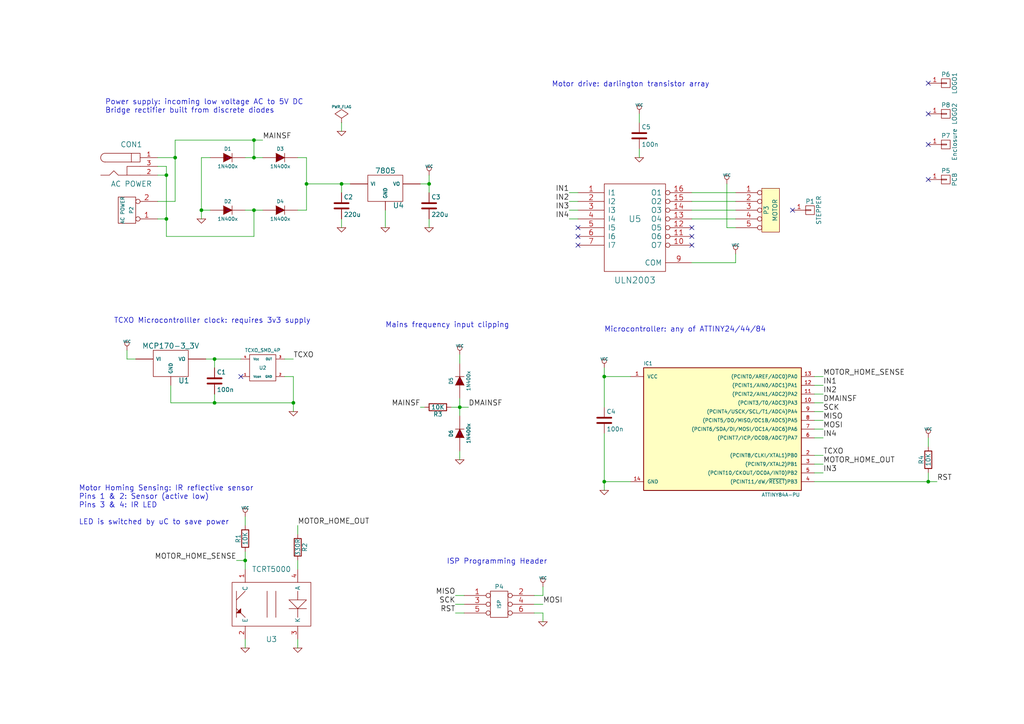
<source format=kicad_sch>
(kicad_sch (version 20230121) (generator eeschema)
  (paper "A4")
  (title_block (title "Grid Meter") (date "2016-06-17") (rev "1.2") (company "The Curious Electric Company (Re-Innovation Ltd)"))
  (lib_symbols
    (symbol "gridMeter-rescue:3PIN-REG-IN-GND-OUT" (pin_numbers hide) (pin_names (offset 0.762))
      (property "Reference" "U" (at 3.81 -4.9784 0))
      (property "Value" "3PIN-REG-IN-GND-OUT" (at 0 5.08 0))
      (symbol "3PIN-REG-IN-GND-OUT_0_1"
        (rectangle (start -5.08 -3.81) (end 5.08 3.81))
      )
      (symbol "3PIN-REG-IN-GND-OUT_1_1"
        (pin input line (at -10.16 1.27 0) (length 5.08) (name "VI") (number "1"))
        (pin input line (at 0 -6.35 90) (length 2.54) (name "GND") (number "2"))
        (pin power_out line (at 10.16 1.27 180) (length 5.08) (name "VO") (number "3"))
      )
    )
    (symbol "gridMeter-rescue:ATTINY84A-SS" (pin_names (offset 1.016))
      (property "Reference" "IC" (at -21.59 19.05 0))
      (property "Value" "ATTINY84A-SS" (at 16.51 -19.05 0))
      (property "Footprint" "SO14" (at 0 -5.08 0))
      (symbol "ATTINY84A-SS_0_1"
        (rectangle (start 22.86 17.78) (end -22.86 -17.78) (stroke (width 0.254)) (fill (type background)))
      )
      (symbol "ATTINY84A-SS_1_1"
        (pin power_in line (at -26.67 15.24 0) (length 3.81) (name "VCC") (number "1"))
        (pin bidirectional line (at 26.67 7.62 180) (length 3.81) (name "(PCINT3/T0/ADC3)PA3") (number "10"))
        (pin bidirectional line (at 26.67 10.16 180) (length 3.81) (name "(PCINT2/AIN1/ADC2)PA2") (number "11"))
        (pin bidirectional line (at 26.67 12.7 180) (length 3.81) (name "(PCINT1/AIN0/ADC1)PA1") (number "12"))
        (pin bidirectional line (at 26.67 15.24 180) (length 3.81) (name "(PCINT0/AREF/ADC0)PA0") (number "13"))
        (pin power_in line (at -26.67 -15.24 0) (length 3.81) (name "GND") (number "14"))
        (pin bidirectional line (at 26.67 -7.62 180) (length 3.81) (name "(PCINT8/CLKI/XTAL1)PB0") (number "2"))
        (pin bidirectional line (at 26.67 -10.16 180) (length 3.81) (name "(PCINT9/XTAL2)PB1") (number "3"))
        (pin bidirectional line (at 26.67 -15.24 180) (length 3.81) (name "(PCINT11/dW/~{RESET})PB3") (number "4"))
        (pin bidirectional line (at 26.67 -12.7 180) (length 3.81) (name "(PCINT10/CKOUT/OC0A/INT0)PB2") (number "5"))
        (pin bidirectional line (at 26.67 -2.54 180) (length 3.81) (name "(PCINT7/ICP/OC0B/ADC7)PA7") (number "6"))
        (pin bidirectional line (at 26.67 0 180) (length 3.81) (name "(PCINT6/SDA/DI/MOSI/OC1A/ADC6)PA6") (number "7"))
        (pin bidirectional line (at 26.67 2.54 180) (length 3.81) (name "(PCINT5/DO/MISO/OC1B/ADC5)PA5") (number "8"))
        (pin bidirectional line (at 26.67 5.08 180) (length 3.81) (name "(PCINT4/USCK/SCL/T1/ADC4)PA4") (number "9"))
      )
    )
    (symbol "gridMeter-rescue:BARREL_JACK" (pin_names (offset 1.016))
      (property "Reference" "CON" (at 0 6.35 0))
      (property "Value" "BARREL_JACK" (at 0 -5.08 0))
      (symbol "BARREL_JACK_0_1"
        (arc (start -8.89 2.54) (mid -8.5271 1.6254) (end -7.62 1.27))
        (arc (start -7.62 3.81) (mid -8.5088 3.4366) (end -8.89 2.54))
        (polyline (pts (xy -7.62 1.27) (xy 0 1.27)))
        (polyline (pts (xy 0 3.81) (xy -7.62 3.81)))
        (polyline (pts (xy 2.54 0) (xy -1.27 0) (xy -1.27 -2.54)))
        (polyline (pts (xy 2.54 -2.54) (xy -3.81 -2.54) (xy -5.08 -1.27) (xy -6.35 -2.54) (xy -8.89 -2.54)))
        (rectangle (start 2.54 3.81) (end 0 1.27))
      )
      (symbol "BARREL_JACK_1_1"
        (pin passive line (at 7.62 2.54 180) (length 5.08) (name "~") (number "1"))
        (pin passive line (at 7.62 -2.54 180) (length 5.08) (name "~") (number "2"))
        (pin passive line (at 7.62 0 180) (length 5.08) (name "~") (number "3"))
      )
    )
    (symbol "gridMeter-rescue:C" (pin_numbers hide) (pin_names (offset 0.254))
      (property "Reference" "C" (at 0.635 2.54 0))
      (property "Value" "C" (at 0.635 -2.54 0))
      (symbol "C_0_1"
        (polyline (pts (xy -2.032 -0.762) (xy 2.032 -0.762)) (stroke (width 0.508)))
        (polyline (pts (xy -2.032 0.762) (xy 2.032 0.762)) (stroke (width 0.508)))
      )
      (symbol "C_1_1"
        (pin passive line (at 0 3.81 270) (length 2.794) (name "~") (number "1"))
        (pin passive line (at 0 -3.81 90) (length 2.794) (name "~") (number "2"))
      )
    )
    (symbol "gridMeter-rescue:CONN_01X01" (pin_names (offset 1.016) hide)
      (property "Reference" "P" (at 0 2.54 0))
      (property "Value" "CONN_01X01" (at 2.54 0 90))
      (symbol "CONN_01X01_0_1"
        (rectangle (start -1.27 0.127) (end 0.254 -0.127))
        (rectangle (start -1.27 1.27) (end 1.27 -1.27))
      )
      (symbol "CONN_01X01_1_1"
        (pin passive line (at -5.08 0 0) (length 3.81) (name "P1") (number "1"))
      )
    )
    (symbol "gridMeter-rescue:CONN_2-RESCUE-gridMeter" (pin_names (offset 1.016) hide)
      (property "Reference" "P" (at -1.27 0 90))
      (property "Value" "CONN_2-RESCUE-gridMeter" (at 1.27 0 90))
      (symbol "CONN_2-RESCUE-gridMeter_0_1"
        (rectangle (start -2.54 3.81) (end 2.54 -3.81))
      )
      (symbol "CONN_2-RESCUE-gridMeter_1_1"
        (pin passive inverted (at -8.89 2.54 0) (length 6.35) (name "P1") (number "1"))
        (pin passive inverted (at -8.89 -2.54 0) (length 6.35) (name "PM") (number "2"))
      )
    )
    (symbol "gridMeter-rescue:CONN_3X2" (pin_names (offset 1.016) hide)
      (property "Reference" "P" (at 0 6.35 0))
      (property "Value" "CONN_3X2" (at 0 1.27 90))
      (symbol "CONN_3X2_0_1"
        (rectangle (start -2.54 5.08) (end 2.54 -2.54))
      )
      (symbol "CONN_3X2_1_1"
        (pin passive inverted (at -10.16 3.81 0) (length 7.62) (name "1") (number "1"))
        (pin passive inverted (at 10.16 3.81 180) (length 7.62) (name "2") (number "2"))
        (pin passive inverted (at -10.16 1.27 0) (length 7.62) (name "3") (number "3"))
        (pin passive inverted (at 10.16 1.27 180) (length 7.62) (name "4") (number "4"))
        (pin passive inverted (at -10.16 -1.27 0) (length 7.62) (name "5") (number "5"))
        (pin passive inverted (at 10.16 -1.27 180) (length 7.62) (name "6") (number "6"))
      )
    )
    (symbol "gridMeter-rescue:CONN_5" (pin_names (offset 1.016))
      (property "Reference" "P" (at -1.27 0 90))
      (property "Value" "CONN_5" (at 1.27 0 90))
      (symbol "CONN_5_0_1"
        (rectangle (start -2.54 6.35) (end 2.54 -6.35) (fill (type background)))
      )
      (symbol "CONN_5_1_1"
        (pin passive inverted (at -10.16 5.08 0) (length 7.62) (name "~") (number "1"))
        (pin passive inverted (at -10.16 2.54 0) (length 7.62) (name "~") (number "2"))
        (pin passive inverted (at -10.16 0 0) (length 7.62) (name "~") (number "3"))
        (pin passive inverted (at -10.16 -2.54 0) (length 7.62) (name "~") (number "4"))
        (pin passive inverted (at -10.16 -5.08 0) (length 7.62) (name "~") (number "5"))
      )
    )
    (symbol "gridMeter-rescue:DIODE" (pin_numbers hide) (pin_names (offset 1.016) hide)
      (property "Reference" "D" (at 0 2.54 0))
      (property "Value" "DIODE" (at 0 -2.54 0))
      (symbol "DIODE_0_1"
        (polyline (pts (xy 1.27 1.27) (xy 1.27 -1.27)) (stroke (width 0.1524)))
        (polyline (pts (xy -1.27 1.27) (xy 1.27 0) (xy -1.27 -1.27)) (fill (type outline)))
      )
      (symbol "DIODE_1_1"
        (pin passive line (at -5.08 0 0) (length 3.81) (name "A") (number "1"))
        (pin passive line (at 5.08 0 180) (length 3.81) (name "K") (number "2"))
      )
    )
    (symbol "gridMeter-rescue:GND-RESCUE-gridMeter" (power) (pin_names (offset 0))
      (symbol "GND-RESCUE-gridMeter_0_1"
        (polyline (pts (xy -1.27 0) (xy 0 -1.27) (xy 1.27 0) (xy -1.27 0)))
      )
      (symbol "GND-RESCUE-gridMeter_1_1"
        (pin power_in line (at 0 0 90) (length 0) hide (name "GND") (number "1"))
      )
    )
    (symbol "gridMeter-rescue:MCP1700" (pin_numbers hide) (pin_names (offset 0.762))
      (property "Reference" "U" (at 3.81 -4.9784 0))
      (property "Value" "MCP1700" (at 0 5.08 0))
      (symbol "MCP1700_0_1"
        (rectangle (start -5.08 -3.81) (end 5.08 3.81))
      )
      (symbol "MCP1700_1_1"
        (pin input line (at 0 -6.35 90) (length 2.54) (name "GND") (number "GND"))
        (pin input line (at -10.16 1.27 0) (length 5.08) (name "VI") (number "VI"))
        (pin power_out line (at 10.16 1.27 180) (length 5.08) (name "VO") (number "VO"))
      )
    )
    (symbol "gridMeter-rescue:PWR_FLAG" (power) (pin_numbers hide) (pin_names (offset 0) hide)
      (property "Value" "PWR_FLAG" (at 0 4.572 0))
      (symbol "PWR_FLAG_0_0"
        (pin power_out line (at 0 0 90) (length 0) (name "pwr") (number "1"))
      )
      (symbol "PWR_FLAG_0_1"
        (polyline (pts (xy 0 0) (xy 0 1.27) (xy -1.905 2.54) (xy 0 3.81) (xy 1.905 2.54) (xy 0 1.27)))
      )
    )
    (symbol "gridMeter-rescue:R" (pin_numbers hide) (pin_names (offset 0))
      (property "Reference" "R" (at 2.032 0 90))
      (property "Value" "R" (at 0 0 90))
      (symbol "R_0_1"
        (rectangle (start -1.016 -2.54) (end 1.016 2.54) (stroke (width 0.254)))
      )
      (symbol "R_1_1"
        (pin passive line (at 0 3.81 270) (length 1.27) (name "~") (number "1"))
        (pin passive line (at 0 -3.81 90) (length 1.27) (name "~") (number "2"))
      )
    )
    (symbol "gridMeter-rescue:TCRT5000" (pin_names (offset 1.016))
      (property "Reference" "U" (at 0 -8.89 0))
      (property "Value" "TCRT5000" (at 0 10.16 0))
      (symbol "TCRT5000_0_1"
        (polyline (pts (xy -10.16 -1.27) (xy -7.62 -3.81)))
        (polyline (pts (xy -10.16 1.27) (xy -7.62 3.81)))
        (polyline (pts (xy -10.16 3.81) (xy -10.16 -3.81)))
        (polyline (pts (xy -1.27 3.81) (xy -1.27 -3.81)))
        (polyline (pts (xy 1.27 3.81) (xy 1.27 -3.81)))
        (polyline (pts (xy 7.62 -1.27) (xy 7.62 -3.81)))
        (polyline (pts (xy 7.62 1.27) (xy 7.62 3.81)))
        (polyline (pts (xy 5.08 -1.27) (xy 7.62 -1.27) (xy 10.16 -1.27)))
        (polyline (pts (xy -8.89 -2.54) (xy -8.89 -1.27) (xy -10.16 -2.54) (xy -8.89 -2.54)) (fill (type outline)))
        (polyline (pts (xy 5.08 1.27) (xy 7.62 -1.27) (xy 10.16 1.27) (xy 5.08 1.27)))
        (polyline (pts (xy 11.43 6.35) (xy 11.43 -6.35) (xy -11.43 -6.35) (xy -11.43 6.35) (xy 11.43 6.35)))
      )
      (symbol "TCRT5000_1_1"
        (pin input line (at -7.62 10.16 270) (length 3.81) (name "C") (number "1"))
        (pin input line (at -7.62 -10.16 90) (length 3.81) (name "E") (number "2"))
        (pin input line (at 7.62 -10.16 90) (length 3.81) (name "K") (number "3"))
        (pin input line (at 7.62 10.16 270) (length 3.81) (name "A") (number "4"))
      )
    )
    (symbol "gridMeter-rescue:TCXO_SMD_4P" (pin_names (offset 1.016))
      (property "Reference" "U" (at 0 0 0))
      (property "Value" "TCXO_SMD_4P" (at 0 5.08 0))
      (symbol "TCXO_SMD_4P_0_1"
        (rectangle (start -3.81 3.81) (end 3.81 -3.81))
      )
      (symbol "TCXO_SMD_4P_1_1"
        (pin input line (at -6.35 -2.54 0) (length 2.54) (name "Vcon") (number "1"))
        (pin power_in line (at 6.35 -2.54 180) (length 2.54) (name "GND") (number "2"))
        (pin output line (at 6.35 2.54 180) (length 2.54) (name "OUT") (number "3"))
        (pin power_in line (at -6.35 2.54 0) (length 2.54) (name "Vcc") (number "4"))
      )
    )
    (symbol "gridMeter-rescue:ULN2003" (pin_names (offset 1.016))
      (property "Reference" "U" (at 0 2.54 0))
      (property "Value" "ULN2003" (at 0 -2.54 0))
      (symbol "ULN2003_0_1"
        (rectangle (start -8.89 -12.7) (end 8.89 12.7))
      )
      (symbol "ULN2003_1_1"
        (pin input line (at -16.51 10.16 0) (length 7.62) (name "I1") (number "1"))
        (pin open_collector inverted (at 16.51 -5.08 180) (length 7.62) (name "O7") (number "10"))
        (pin open_collector inverted (at 16.51 -2.54 180) (length 7.62) (name "O6") (number "11"))
        (pin open_collector inverted (at 16.51 0 180) (length 7.62) (name "O5") (number "12"))
        (pin open_collector inverted (at 16.51 2.54 180) (length 7.62) (name "O4") (number "13"))
        (pin open_collector inverted (at 16.51 5.08 180) (length 7.62) (name "O3") (number "14"))
        (pin open_collector inverted (at 16.51 7.62 180) (length 7.62) (name "O2") (number "15"))
        (pin open_collector inverted (at 16.51 10.16 180) (length 7.62) (name "O1") (number "16"))
        (pin input line (at -16.51 7.62 0) (length 7.62) (name "I2") (number "2"))
        (pin input line (at -16.51 5.08 0) (length 7.62) (name "I3") (number "3"))
        (pin input line (at -16.51 2.54 0) (length 7.62) (name "I4") (number "4"))
        (pin input line (at -16.51 0 0) (length 7.62) (name "I5") (number "5"))
        (pin input line (at -16.51 -2.54 0) (length 7.62) (name "I6") (number "6"))
        (pin input line (at -16.51 -5.08 0) (length 7.62) (name "I7") (number "7"))
        (pin power_in line (at -8.89 -12.7 90) (length 0) hide (name "GND") (number "8"))
        (pin input line (at 16.51 -10.16 180) (length 7.62) (name "COM") (number "9"))
      )
    )
    (symbol "gridMeter-rescue:VCC" (power) (pin_names (offset 0))
      (property "Value" "VCC" (at 0 3.81 0))
      (symbol "VCC_0_1"
        (polyline (pts (xy 0 0) (xy 0 1.27)))
        (circle (center 0 1.905) (radius 0.635))
      )
      (symbol "VCC_1_1"
        (pin power_in line (at 0 0 90) (length 0) hide (name "VCC") (number "1"))
      )
    )
  )
  (junction (at 124.46 53.34))
  (junction (at 71.12 162.56))
  (junction (at 62.23 104.14))
  (junction (at 48.26 63.5))
  (junction (at 73.66 45.72))
  (junction (at 48.26 50.8))
  (junction (at 62.23 116.84))
  (junction (at 133.35 118.11))
  (junction (at 85.09 116.84))
  (junction (at 175.26 139.7))
  (junction (at 73.66 40.64))
  (junction (at 88.9 53.34))
  (junction (at 175.26 109.22))
  (junction (at 269.24 139.7))
  (junction (at 73.66 60.96))
  (junction (at 50.8 45.72))
  (junction (at 99.06 53.34))
  (junction (at 58.42 60.96))
  (no_connect (at 69.85 109.22))
  (no_connect (at 167.64 68.58))
  (no_connect (at 200.66 71.12))
  (no_connect (at 269.24 33.02))
  (no_connect (at 269.24 41.91))
  (no_connect (at 269.24 52.07))
  (no_connect (at 200.66 68.58))
  (no_connect (at 229.87 60.96))
  (no_connect (at 269.24 24.13))
  (no_connect (at 167.64 71.12))
  (no_connect (at 200.66 66.04))
  (no_connect (at 167.64 66.04))
  (wire (pts (xy 71.12 162.56) (xy 71.12 165.1)))
  (wire (pts (xy 236.22 127) (xy 238.76 127)))
  (wire (pts (xy 134.62 172.72) (xy 132.08 172.72)))
  (wire (pts (xy 213.36 58.42) (xy 200.66 58.42)))
  (wire (pts (xy 86.36 45.72) (xy 88.9 45.72)))
  (wire (pts (xy 134.62 177.8) (xy 132.08 177.8)))
  (wire (pts (xy 269.24 139.7) (xy 271.78 139.7)))
  (wire (pts (xy 73.66 60.96) (xy 76.2 60.96)))
  (wire (pts (xy 86.36 154.94) (xy 86.36 152.4)))
  (wire (pts (xy 124.46 50.8) (xy 124.46 53.34)))
  (wire (pts (xy 175.26 139.7) (xy 182.88 139.7)))
  (wire (pts (xy 213.36 76.2) (xy 200.66 76.2)))
  (wire (pts (xy 48.26 48.26) (xy 48.26 50.8)))
  (wire (pts (xy 133.35 115.57) (xy 133.35 118.11)))
  (wire (pts (xy 236.22 137.16) (xy 238.76 137.16)))
  (wire (pts (xy 39.37 104.14) (xy 36.83 104.14)))
  (wire (pts (xy 213.36 60.96) (xy 200.66 60.96)))
  (wire (pts (xy 86.36 162.56) (xy 86.36 165.1)))
  (wire (pts (xy 71.12 162.56) (xy 68.58 162.56)))
  (wire (pts (xy 236.22 124.46) (xy 238.76 124.46)))
  (wire (pts (xy 59.69 104.14) (xy 62.23 104.14)))
  (wire (pts (xy 71.12 60.96) (xy 73.66 60.96)))
  (wire (pts (xy 133.35 130.81) (xy 133.35 133.35)))
  (wire (pts (xy 99.06 63.5) (xy 99.06 66.04)))
  (wire (pts (xy 157.48 172.72) (xy 157.48 170.18)))
  (wire (pts (xy 213.36 55.88) (xy 200.66 55.88)))
  (wire (pts (xy 48.26 68.58) (xy 73.66 68.58)))
  (wire (pts (xy 99.06 35.56) (xy 99.06 38.1)))
  (wire (pts (xy 45.72 48.26) (xy 48.26 48.26)))
  (wire (pts (xy 167.64 58.42) (xy 165.1 58.42)))
  (wire (pts (xy 71.12 45.72) (xy 73.66 45.72)))
  (wire (pts (xy 86.36 187.96) (xy 86.36 185.42)))
  (wire (pts (xy 36.83 104.14) (xy 36.83 101.6)))
  (wire (pts (xy 73.66 40.64) (xy 76.2 40.64)))
  (wire (pts (xy 73.66 40.64) (xy 73.66 45.72)))
  (wire (pts (xy 62.23 116.84) (xy 85.09 116.84)))
  (wire (pts (xy 236.22 116.84) (xy 238.76 116.84)))
  (wire (pts (xy 167.64 60.96) (xy 165.1 60.96)))
  (wire (pts (xy 88.9 53.34) (xy 99.06 53.34)))
  (wire (pts (xy 130.81 118.11) (xy 133.35 118.11)))
  (wire (pts (xy 236.22 121.92) (xy 238.76 121.92)))
  (wire (pts (xy 99.06 53.34) (xy 99.06 55.88)))
  (wire (pts (xy 175.26 139.7) (xy 175.26 142.24)))
  (wire (pts (xy 88.9 60.96) (xy 86.36 60.96)))
  (wire (pts (xy 238.76 111.76) (xy 236.22 111.76)))
  (wire (pts (xy 49.53 111.76) (xy 49.53 116.84)))
  (wire (pts (xy 48.26 63.5) (xy 48.26 68.58)))
  (wire (pts (xy 73.66 68.58) (xy 73.66 60.96)))
  (wire (pts (xy 71.12 149.86) (xy 71.12 152.4)))
  (wire (pts (xy 123.19 118.11) (xy 121.92 118.11)))
  (wire (pts (xy 133.35 118.11) (xy 135.89 118.11)))
  (wire (pts (xy 73.66 45.72) (xy 76.2 45.72)))
  (wire (pts (xy 45.72 63.5) (xy 48.26 63.5)))
  (wire (pts (xy 236.22 132.08) (xy 238.76 132.08)))
  (wire (pts (xy 60.96 45.72) (xy 58.42 45.72)))
  (wire (pts (xy 236.22 119.38) (xy 238.76 119.38)))
  (wire (pts (xy 48.26 50.8) (xy 48.26 63.5)))
  (wire (pts (xy 213.36 66.04) (xy 210.82 66.04)))
  (wire (pts (xy 132.08 175.26) (xy 134.62 175.26)))
  (wire (pts (xy 124.46 63.5) (xy 124.46 66.04)))
  (wire (pts (xy 99.06 53.34) (xy 101.6 53.34)))
  (wire (pts (xy 62.23 104.14) (xy 69.85 104.14)))
  (wire (pts (xy 85.09 116.84) (xy 85.09 119.38)))
  (wire (pts (xy 175.26 109.22) (xy 175.26 118.11)))
  (wire (pts (xy 111.76 60.96) (xy 111.76 66.04)))
  (wire (pts (xy 238.76 134.62) (xy 236.22 134.62)))
  (wire (pts (xy 71.12 185.42) (xy 71.12 187.96)))
  (wire (pts (xy 236.22 114.3) (xy 238.76 114.3)))
  (wire (pts (xy 185.42 43.18) (xy 185.42 45.72)))
  (wire (pts (xy 175.26 125.73) (xy 175.26 139.7)))
  (wire (pts (xy 88.9 53.34) (xy 88.9 60.96)))
  (wire (pts (xy 167.64 55.88) (xy 165.1 55.88)))
  (wire (pts (xy 182.88 109.22) (xy 175.26 109.22)))
  (wire (pts (xy 82.55 109.22) (xy 85.09 109.22)))
  (wire (pts (xy 124.46 53.34) (xy 124.46 55.88)))
  (wire (pts (xy 185.42 35.56) (xy 185.42 33.02)))
  (wire (pts (xy 71.12 160.02) (xy 71.12 162.56)))
  (wire (pts (xy 50.8 40.64) (xy 73.66 40.64)))
  (wire (pts (xy 157.48 177.8) (xy 154.94 177.8)))
  (wire (pts (xy 62.23 104.14) (xy 62.23 106.68)))
  (wire (pts (xy 175.26 106.68) (xy 175.26 109.22)))
  (wire (pts (xy 62.23 116.84) (xy 62.23 114.3)))
  (wire (pts (xy 58.42 60.96) (xy 58.42 63.5)))
  (wire (pts (xy 210.82 66.04) (xy 210.82 53.34)))
  (wire (pts (xy 82.55 104.14) (xy 85.09 104.14)))
  (wire (pts (xy 154.94 175.26) (xy 157.48 175.26)))
  (wire (pts (xy 85.09 109.22) (xy 85.09 116.84)))
  (wire (pts (xy 167.64 63.5) (xy 165.1 63.5)))
  (wire (pts (xy 157.48 180.34) (xy 157.48 177.8)))
  (wire (pts (xy 50.8 58.42) (xy 45.72 58.42)))
  (wire (pts (xy 88.9 45.72) (xy 88.9 53.34)))
  (wire (pts (xy 269.24 129.54) (xy 269.24 127)))
  (wire (pts (xy 45.72 50.8) (xy 48.26 50.8)))
  (wire (pts (xy 121.92 53.34) (xy 124.46 53.34)))
  (wire (pts (xy 58.42 45.72) (xy 58.42 60.96)))
  (wire (pts (xy 154.94 172.72) (xy 157.48 172.72)))
  (wire (pts (xy 236.22 109.22) (xy 238.76 109.22)))
  (wire (pts (xy 50.8 45.72) (xy 50.8 58.42)))
  (wire (pts (xy 60.96 60.96) (xy 58.42 60.96)))
  (wire (pts (xy 50.8 40.64) (xy 50.8 45.72)))
  (wire (pts (xy 49.53 116.84) (xy 62.23 116.84)))
  (wire (pts (xy 269.24 139.7) (xy 269.24 137.16)))
  (wire (pts (xy 213.36 73.66) (xy 213.36 76.2)))
  (wire (pts (xy 133.35 118.11) (xy 133.35 120.65)))
  (wire (pts (xy 236.22 139.7) (xy 269.24 139.7)))
  (wire (pts (xy 45.72 45.72) (xy 50.8 45.72)))
  (wire (pts (xy 213.36 63.5) (xy 200.66 63.5)))
  (wire (pts (xy 133.35 105.41) (xy 133.35 102.87)))
  (text "Power supply: incoming low voltage AC to 5V DC\nBridge rectifier built from discrete diodes" (at 30.48 33.02 0) (effects (font (size 1.524 1.524)) (justify left bottom)))
  (text "TCXO Microcontrolller clock: requires 3v3 supply" (at 33.02 93.98 0) (effects (font (size 1.524 1.524)) (justify left bottom)))
  (text "ISP Programming Header" (at 129.54 163.83 0) (effects (font (size 1.524 1.524)) (justify left bottom)))
  (text "Motor Homing Sensing: IR reflective sensor\nPins 1 & 2: Sensor (active low)\nPins 3 & 4: IR LED\n\nLED is switched by uC to save power" (at 22.86 152.4 0) (effects (font (size 1.524 1.524)) (justify left bottom)))
  (text "Motor drive: darlington transistor array" (at 160.02 25.4 0) (effects (font (size 1.524 1.524)) (justify left bottom)))
  (text "Microcontroller: any of ATTINY24/44/84" (at 175.26 96.52 0) (effects (font (size 1.524 1.524)) (justify left bottom)))
  (text "Mains frequency input clipping" (at 111.76 95.25 0) (effects (font (size 1.524 1.524)) (justify left bottom)))
  (label "IN2" (at 238.76 114.3 0) (effects (font (size 1.524 1.524))))
  (label "MOTOR_HOME_SENSE" (at 68.58 162.56 180) (effects (font (size 1.524 1.524))))
  (label "IN3" (at 238.76 137.16 0) (effects (font (size 1.524 1.524))))
  (label "SCK" (at 132.08 175.26 180) (effects (font (size 1.524 1.524))))
  (label "IN3" (at 165.1 60.96 180) (effects (font (size 1.524 1.524))))
  (label "IN1" (at 238.76 111.76 0) (effects (font (size 1.524 1.524))))
  (label "RST" (at 271.78 139.7 0) (effects (font (size 1.524 1.524))))
  (label "IN2" (at 165.1 58.42 180) (effects (font (size 1.524 1.524))))
  (label "DMAINSF" (at 135.89 118.11 0) (effects (font (size 1.524 1.524))))
  (label "MISO" (at 132.08 172.72 180) (effects (font (size 1.524 1.524))))
  (label "RST" (at 132.08 177.8 180) (effects (font (size 1.524 1.524))))
  (label "IN4" (at 238.76 127 0) (effects (font (size 1.524 1.524))))
  (label "SCK" (at 238.76 119.38 0) (effects (font (size 1.524 1.524))))
  (label "MOSI" (at 157.48 175.26 0) (effects (font (size 1.524 1.524))))
  (label "MOSI" (at 238.76 124.46 0) (effects (font (size 1.524 1.524))))
  (label "TCXO" (at 238.76 132.08 0) (effects (font (size 1.524 1.524))))
  (label "MAINSF" (at 121.92 118.11 180) (effects (font (size 1.524 1.524))))
  (label "MAINSF" (at 76.2 40.64 0) (effects (font (size 1.524 1.524))))
  (label "MOTOR_HOME_OUT" (at 86.36 152.4 0) (effects (font (size 1.524 1.524))))
  (label "MOTOR_HOME_SENSE" (at 238.76 109.22 0) (effects (font (size 1.524 1.524))))
  (label "MOTOR_HOME_OUT" (at 238.76 134.62 0) (effects (font (size 1.524 1.524))))
  (label "TCXO" (at 85.09 104.14 0) (effects (font (size 1.524 1.524))))
  (label "MISO" (at 238.76 121.92 0) (effects (font (size 1.524 1.524))))
  (label "IN4" (at 165.1 63.5 180) (effects (font (size 1.524 1.524))))
  (label "IN1" (at 165.1 55.88 180) (effects (font (size 1.524 1.524))))
  (label "DMAINSF" (at 238.76 116.84 0) (effects (font (size 1.524 1.524))))
  (symbol (lib_id "gridMeter-rescue:ATTINY84A-SS") (at 209.55 124.46 0) (unit 1)
    (property "Reference" "IC1" (at 187.96 105.41 0) (effects (font (size 1.016 1.016))))
    (property "Value" " ATTINY84A-PU" (at 226.06 143.51 0) (effects (font (size 1.016 1.016))))
    (property "Footprint" "Housings_DIP:DIP-14_W7.62mm" (effects hide))
    (property "Datasheet" "http://docs-europe.electrocomponents.com/webdocs/0fa2/0900766b80fa26b4.pdf" (effects hide))
    (property "Manufacturer" "Atmel" (effects hide))
    (property "Manufacturer Part No" " ATTINY84A-PU" (effects hide))
    (property "Supplier 1" "RS" (effects hide))
    (property "Supplier 1 Part No" "738-0684" (effects hide))
    (property "Cost" "1.05" (effects hide))
  )
  (symbol (lib_id "gridMeter-rescue:DIODE") (at 133.35 125.73 90) (unit 1)
    (property "Reference" "D6" (at 130.81 125.73 0) (effects (font (size 1.016 1.016))))
    (property "Value" "1N400x" (at 135.89 125.73 0) (effects (font (size 1.016 1.016))))
    (property "Footprint" "Diodes_ThroughHole:Diode_DO-41_SOD81_Horizontal_RM10" (effects hide))
    (property "Datasheet" "~" (at 133.35 125.73 0) (effects (font (size 1.524 1.524))))
  )
  (symbol (lib_id "gridMeter-rescue:DIODE") (at 133.35 110.49 90) (unit 1)
    (property "Reference" "D5" (at 130.81 110.49 0) (effects (font (size 1.016 1.016))))
    (property "Value" "1N400x" (at 135.89 110.49 0) (effects (font (size 1.016 1.016))))
    (property "Footprint" "Diodes_ThroughHole:Diode_DO-41_SOD81_Horizontal_RM10" (effects hide))
    (property "Datasheet" "~" (at 133.35 110.49 0) (effects (font (size 1.524 1.524))))
  )
  (symbol (lib_id "gridMeter-rescue:GND-RESCUE-gridMeter") (at 175.26 142.24 0) (unit 1)
    (property "Reference" "#PWR01" (effects hide))
    (property "Value" "GND" (effects hide))
  )
  (symbol (lib_id "gridMeter-rescue:GND-RESCUE-gridMeter") (at 85.09 119.38 0) (unit 1)
    (property "Reference" "#PWR02" (effects hide))
    (property "Value" "GND" (effects hide))
  )
  (symbol (lib_id "gridMeter-rescue:GND-RESCUE-gridMeter") (at 133.35 133.35 0) (unit 1)
    (property "Reference" "#PWR03" (effects hide))
    (property "Value" "GND" (effects hide))
  )
  (symbol (lib_id "gridMeter-rescue:VCC") (at 175.26 106.68 0) (unit 1)
    (property "Reference" "#PWR04" (effects hide))
    (property "Value" "VCC" (at 175.26 104.14 0) (effects (font (size 0.762 0.762))))
  )
  (symbol (lib_id "gridMeter-rescue:VCC") (at 133.35 102.87 0) (unit 1)
    (property "Reference" "#PWR05" (effects hide))
    (property "Value" "VCC" (at 133.35 100.33 0) (effects (font (size 0.762 0.762))))
  )
  (symbol (lib_id "gridMeter-rescue:CONN_3X2") (at 144.78 176.53 0) (unit 1)
    (property "Reference" "P4" (at 144.78 170.18 0))
    (property "Value" "ISP" (at 144.78 175.26 90) (effects (font (size 1.016 1.016))))
    (property "Footprint" "Pin_Headers:Pin_Header_Straight_2x03" (effects hide))
  )
  (symbol (lib_id "gridMeter-rescue:GND-RESCUE-gridMeter") (at 157.48 180.34 0) (unit 1)
    (property "Reference" "#PWR06" (effects hide))
    (property "Value" "GND" (effects hide))
  )
  (symbol (lib_id "gridMeter-rescue:VCC") (at 157.48 170.18 0) (unit 1)
    (property "Reference" "#PWR07" (effects hide))
    (property "Value" "VCC" (at 157.48 167.64 0) (effects (font (size 0.762 0.762))))
  )
  (symbol (lib_id "gridMeter-rescue:GND-RESCUE-gridMeter") (at 58.42 63.5 0) (unit 1)
    (property "Reference" "#PWR08" (effects hide))
    (property "Value" "GND" (effects hide))
  )
  (symbol (lib_id "gridMeter-rescue:GND-RESCUE-gridMeter") (at 99.06 66.04 0) (unit 1)
    (property "Reference" "#PWR09" (effects hide))
    (property "Value" "GND" (effects hide))
  )
  (symbol (lib_id "gridMeter-rescue:GND-RESCUE-gridMeter") (at 111.76 66.04 0) (unit 1)
    (property "Reference" "#PWR010" (effects hide))
    (property "Value" "GND" (effects hide))
  )
  (symbol (lib_id "gridMeter-rescue:VCC") (at 124.46 50.8 0) (unit 1)
    (property "Reference" "#PWR011" (effects hide))
    (property "Value" "VCC" (at 124.46 48.26 0) (effects (font (size 0.762 0.762))))
  )
  (symbol (lib_id "gridMeter-rescue:GND-RESCUE-gridMeter") (at 124.46 66.04 0) (unit 1)
    (property "Reference" "#PWR012" (effects hide))
    (property "Value" "GND" (effects hide))
  )
  (symbol (lib_id "gridMeter-rescue:VCC") (at 269.24 127 0) (unit 1)
    (property "Reference" "#PWR013" (effects hide))
    (property "Value" "VCC" (at 269.24 124.46 0) (effects (font (size 0.762 0.762))))
  )
  (symbol (lib_id "gridMeter-rescue:GND-RESCUE-gridMeter") (at 99.06 38.1 0) (unit 1)
    (property "Reference" "#PWR014" (effects hide))
    (property "Value" "GND" (effects hide))
  )
  (symbol (lib_id "gridMeter-rescue:PWR_FLAG") (at 99.06 35.56 0) (unit 1)
    (property "Reference" "#FLG015" (effects hide))
    (property "Value" "PWR_FLAG" (at 99.06 30.988 0) (effects (font (size 0.762 0.762))))
  )
  (symbol (lib_id "gridMeter-rescue:R") (at 127 118.11 270) (unit 1)
    (property "Reference" "R3" (at 127 120.142 90))
    (property "Value" "10K" (at 127 118.11 90))
    (property "Footprint" "Resistors_ThroughHole:Resistor_Horizontal_RM10mm" (effects hide))
  )
  (symbol (lib_id "gridMeter-rescue:C") (at 62.23 110.49 0) (unit 1)
    (property "Reference" "C1" (at 62.865 107.95 0) (effects (justify left)))
    (property "Value" "100n" (at 62.865 113.03 0) (effects (justify left)))
    (property "Footprint" "Capacitors_ThroughHole:C_Rect_L7_W2.5_P5" (effects hide))
  )
  (symbol (lib_id "gridMeter-rescue:R") (at 269.24 133.35 180) (unit 1)
    (property "Reference" "R4" (at 267.208 133.35 90))
    (property "Value" "10K" (at 269.24 133.35 90))
    (property "Footprint" "Resistors_ThroughHole:Resistor_Horizontal_RM10mm" (effects hide))
  )
  (symbol (lib_id "gridMeter-rescue:C") (at 99.06 59.69 0) (unit 1)
    (property "Reference" "C2" (at 99.695 57.15 0) (effects (justify left)))
    (property "Value" "220u" (at 99.695 62.23 0) (effects (justify left)))
    (property "Footprint" "Capacitors_ThroughHole:C_Radial_D6.3_L11.2_P2.5" (effects hide))
  )
  (symbol (lib_id "gridMeter-rescue:C") (at 124.46 59.69 0) (unit 1)
    (property "Reference" "C3" (at 125.095 57.15 0) (effects (justify left)))
    (property "Value" "220u" (at 125.095 62.23 0) (effects (justify left)))
    (property "Footprint" "Capacitors_ThroughHole:C_Radial_D6.3_L11.2_P2.5" (effects hide))
  )
  (symbol (lib_id "gridMeter-rescue:C") (at 175.26 121.92 0) (unit 1)
    (property "Reference" "C4" (at 175.895 119.38 0) (effects (justify left)))
    (property "Value" "100n" (at 175.895 124.46 0) (effects (justify left)))
    (property "Footprint" "Capacitors_ThroughHole:C_Rect_L7_W2.5_P5" (effects hide))
  )
  (symbol (lib_id "gridMeter-rescue:VCC") (at 36.83 101.6 0) (unit 1)
    (property "Reference" "#PWR016" (effects hide))
    (property "Value" "VCC" (at 36.83 99.06 0) (effects (font (size 0.762 0.762))))
  )
  (symbol (lib_id "gridMeter-rescue:ULN2003") (at 184.15 66.04 0) (unit 1)
    (property "Reference" "U5" (at 184.15 63.5 0) (effects (font (size 1.778 1.778))))
    (property "Value" "ULN2003" (at 184.15 81.28 0) (effects (font (size 1.778 1.778))))
    (property "Footprint" "Housings_DIP:DIP-16_W7.62mm_LongPads" (effects hide))
    (property "Datasheet" "http://docs-europe.electrocomponents.com/webdocs/1294/0900766b81294fa6.pdf" (effects hide))
    (property "Description" "Darlington transistor array" (effects hide))
    (property "Manufacturer" "Toshiba" (effects hide))
    (property "Manufacturer Part No" "ULN2003APG" (effects hide))
    (property "Supplier 1" "RS" (effects hide))
    (property "Supplier 1 Part No" "796-5320" (effects hide))
    (property "Cost" "0.151" (effects hide))
  )
  (symbol (lib_id "gridMeter-rescue:C") (at 185.42 39.37 0) (unit 1)
    (property "Reference" "C5" (at 186.055 36.83 0) (effects (justify left)))
    (property "Value" "100n" (at 186.055 41.91 0) (effects (justify left)))
    (property "Footprint" "Capacitors_ThroughHole:C_Rect_L7_W2.5_P5" (effects hide))
  )
  (symbol (lib_id "gridMeter-rescue:GND-RESCUE-gridMeter") (at 185.42 45.72 0) (unit 1)
    (property "Reference" "#PWR021" (effects hide))
    (property "Value" "GND" (effects hide))
  )
  (symbol (lib_id "gridMeter-rescue:CONN_5") (at 223.52 60.96 0) (unit 1)
    (property "Reference" "P3" (at 222.25 60.96 90))
    (property "Value" "MOTOR" (at 224.79 60.96 90))
    (property "Footprint" "gridMeter:XHP-5" (effects hide))
  )
  (symbol (lib_id "gridMeter-rescue:R") (at 86.36 158.75 0) (unit 1)
    (property "Reference" "R2" (at 88.392 158.75 90))
    (property "Value" "330R" (at 86.36 158.75 90))
    (property "Footprint" "Resistors_ThroughHole:Resistor_Horizontal_RM10mm" (effects hide))
  )
  (symbol (lib_id "gridMeter-rescue:R") (at 71.12 156.21 180) (unit 1)
    (property "Reference" "R1" (at 69.088 156.21 90))
    (property "Value" "10K" (at 71.12 156.21 90))
    (property "Footprint" "Resistors_ThroughHole:Resistor_Horizontal_RM10mm" (effects hide))
  )
  (symbol (lib_id "gridMeter-rescue:VCC") (at 71.12 149.86 0) (unit 1)
    (property "Reference" "#PWR017" (effects hide))
    (property "Value" "VCC" (at 71.12 147.32 0) (effects (font (size 0.762 0.762))))
  )
  (symbol (lib_id "gridMeter-rescue:VCC") (at 210.82 53.34 0) (unit 1)
    (property "Reference" "#PWR018" (effects hide))
    (property "Value" "VCC" (at 210.82 50.8 0) (effects (font (size 0.762 0.762))))
  )
  (symbol (lib_id "gridMeter-rescue:VCC") (at 213.36 73.66 0) (unit 1)
    (property "Reference" "#PWR019" (effects hide))
    (property "Value" "VCC" (at 213.36 71.12 0) (effects (font (size 0.762 0.762))))
  )
  (symbol (lib_id "gridMeter-rescue:VCC") (at 185.42 33.02 0) (unit 1)
    (property "Reference" "#PWR020" (effects hide))
    (property "Value" "VCC" (at 185.42 30.48 0) (effects (font (size 0.762 0.762))))
  )
  (symbol (lib_id "gridMeter-rescue:DIODE") (at 81.28 45.72 0) (unit 1)
    (property "Reference" "D3" (at 81.28 43.18 0) (effects (font (size 1.016 1.016))))
    (property "Value" "1N400x" (at 81.28 48.26 0) (effects (font (size 1.016 1.016))))
    (property "Footprint" "Diodes_ThroughHole:Diode_DO-41_SOD81_Horizontal_RM10" (effects hide))
    (property "Datasheet" "~" (at 81.28 45.72 0) (effects (font (size 1.524 1.524))))
  )
  (symbol (lib_id "gridMeter-rescue:DIODE") (at 66.04 45.72 0) (unit 1)
    (property "Reference" "D1" (at 66.04 43.18 0) (effects (font (size 1.016 1.016))))
    (property "Value" "1N400x" (at 66.04 48.26 0) (effects (font (size 1.016 1.016))))
    (property "Footprint" "Diodes_ThroughHole:Diode_DO-41_SOD81_Horizontal_RM10" (effects hide))
    (property "Datasheet" "~" (at 66.04 45.72 0) (effects (font (size 1.524 1.524))))
  )
  (symbol (lib_id "gridMeter-rescue:DIODE") (at 66.04 60.96 0) (unit 1)
    (property "Reference" "D2" (at 66.04 58.42 0) (effects (font (size 1.016 1.016))))
    (property "Value" "1N400x" (at 66.04 63.5 0) (effects (font (size 1.016 1.016))))
    (property "Footprint" "Diodes_ThroughHole:Diode_DO-41_SOD81_Horizontal_RM10" (effects hide))
    (property "Datasheet" "~" (at 66.04 60.96 0) (effects (font (size 1.524 1.524))))
  )
  (symbol (lib_id "gridMeter-rescue:DIODE") (at 81.28 60.96 0) (unit 1)
    (property "Reference" "D4" (at 81.28 58.42 0) (effects (font (size 1.016 1.016))))
    (property "Value" "1N400x" (at 81.28 63.5 0) (effects (font (size 1.016 1.016))))
    (property "Footprint" "Diodes_ThroughHole:Diode_DO-41_SOD81_Horizontal_RM10" (effects hide))
    (property "Datasheet" "~" (at 81.28 60.96 0) (effects (font (size 1.524 1.524))))
  )
  (symbol (lib_id "gridMeter-rescue:TCRT5000") (at 78.74 175.26 0) (unit 1)
    (property "Reference" "U3" (at 78.74 185.42 0) (effects (font (size 1.524 1.524))))
    (property "Value" "TCRT5000" (at 78.74 165.1 0) (effects (font (size 1.524 1.524))))
    (property "Footprint" "gridMeter:TCRT5000" (effects hide))
    (property "Description" "Opto-reflective IR sensor" (effects hide))
    (property "Manufacturer Part No" "TCRT5000L" (effects hide))
    (property "Supplier 1" "Aliexpress" (effects hide))
    (property "Supplier 1 Part No" "http://www.aliexpress.com/item/Free-Shipping-100-pcs-TCRT5000L-TCRT5000-Reflective-Infrared-Optical-Sensor-Photoelectric-Switches/1933011720.html" (effects hide))
    (property "Cost" "0.15" (effects hide))
  )
  (symbol (lib_id "gridMeter-rescue:GND-RESCUE-gridMeter") (at 86.36 187.96 0) (unit 1)
    (property "Reference" "#PWR022" (effects hide))
    (property "Value" "GND" (effects hide))
  )
  (symbol (lib_id "gridMeter-rescue:GND-RESCUE-gridMeter") (at 71.12 187.96 0) (unit 1)
    (property "Reference" "#PWR023" (effects hide))
    (property "Value" "GND" (effects hide))
  )
  (symbol (lib_id "gridMeter-rescue:3PIN-REG-IN-GND-OUT") (at 111.76 54.61 0) (unit 1)
    (property "Reference" "U4" (at 115.57 59.5884 0) (effects (font (size 1.524 1.524))))
    (property "Value" "7805" (at 111.76 49.53 0) (effects (font (size 1.524 1.524))))
    (property "Footprint" "TO_SOT_Packages_THT:TO-220_Neutral123_Horizontal" (effects hide))
    (property "Datasheet" "http://docs-europe.electrocomponents.com/webdocs/12cf/0900766b812cfcbe.pdf" (effects hide))
    (property "Description" "1A 5V regulator." (effects hide))
    (property "Manufacturer" "Fairchild" (effects hide))
    (property "Manufacturer Part No" "LM7805ACT" (effects hide))
    (property "Supplier 1" "RS" (effects hide))
    (property "Supplier 1 Part No" "806-2839" (effects hide))
    (property "Cost" "0.327" (effects hide))
  )
  (symbol (lib_id "gridMeter-rescue:TCXO_SMD_4P") (at 76.2 106.68 0) (unit 1)
    (property "Reference" "U2" (at 76.2 106.68 0) (effects (font (size 0.9906 0.9906))))
    (property "Value" "TCXO_SMD_4P" (at 76.2 101.6 0) (effects (font (size 0.9906 0.9906))))
    (property "Footprint" "gridMeter:FOX924" (effects hide))
    (property "Description" "12MHz TCO SMD" (effects hide))
    (property "Manufacturer" "Fox" (effects hide))
    (property "Manufacturer Part No" "FOX924B-16.000" (effects hide))
    (property "Supplier 1" "Aliexpress" (effects hide))
    (property "Supplier 1 Part No" "http://www.aliexpress.com/item/Hot-selling-original-15PCS-FOX924B-16-000-Oscillator-TCXO-16MHz-1-5ppm-2-5ppm-Stability/32668179196.html" (effects hide))
    (property "Cost" "0.60" (effects hide))
  )
  (symbol (lib_id "gridMeter-rescue:CONN_2-RESCUE-gridMeter") (at 36.83 60.96 180) (unit 1)
    (property "Reference" "P2" (at 38.1 60.96 90) (effects (font (size 1.016 1.016))))
    (property "Value" "AC POWER" (at 35.56 60.96 90) (effects (font (size 1.016 1.016))))
    (property "Footprint" "REInnovationFootprint:TH_CONN_2W" (effects hide))
  )
  (symbol (lib_id "gridMeter-rescue:BARREL_JACK") (at 38.1 48.26 0) (unit 1)
    (property "Reference" "CON1" (at 38.1 41.91 0) (effects (font (size 1.524 1.524))))
    (property "Value" "AC POWER" (at 38.1 53.34 0) (effects (font (size 1.524 1.524))))
    (property "Footprint" "REInnovationFootprint:DC_Power_2_1" (effects hide))
    (property "Datasheet" "http://www.rapidonline.com/pdf/20-0970.pdf" (effects hide))
    (property "Description" "2.1mm Barrell Jack" (effects hide))
    (property "Manufacturer" "TruConnect" (effects hide))
    (property "Supplier 1" "Rapid" (effects hide))
    (property "Supplier 1 Part No" "20-0970" (effects hide))
    (property "Cost" "0.19" (effects hide))
  )
  (symbol (lib_id "gridMeter-rescue:MCP1700") (at 49.53 105.41 0) (unit 1)
    (property "Reference" "U1" (at 53.34 110.3884 0) (effects (font (size 1.524 1.524))))
    (property "Value" "MCP170-3_3V" (at 49.53 100.33 0) (effects (font (size 1.524 1.524))))
    (property "Footprint" "matts_components:TO92-MCP1700" (effects hide))
    (property "Datasheet" "http://docs-europe.electrocomponents.com/webdocs/137e/0900766b8137eacf.pdf" (effects hide))
    (property "Description" "LDO 3.3V 100mA" (effects hide))
    (property "Manufacturer" "Microchip" (effects hide))
    (property "Manufacturer Part No" "MCP1700-3302E/TO" (effects hide))
    (property "Supplier 1" "RS" (effects hide))
    (property "Supplier 1 Part No" "403-888" (effects hide))
    (property "Cost" "0.253" (effects hide))
  )
  (symbol (lib_id "gridMeter-rescue:CONN_01X01") (at 274.32 24.13 0) (unit 1)
    (property "Reference" "P6" (at 274.32 21.59 0))
    (property "Value" "LOGO1" (at 276.86 24.13 90))
    (property "Footprint" "CuriousElectric2:CuriousElectric_flat_12mm" (effects hide))
  )
  (symbol (lib_id "gridMeter-rescue:CONN_01X01") (at 274.32 41.91 0) (unit 1)
    (property "Reference" "P7" (at 274.32 39.37 0))
    (property "Value" "Enclosure" (at 276.86 41.91 90))
  )
  (symbol (lib_id "gridMeter-rescue:CONN_01X01") (at 234.95 60.96 0) (unit 1)
    (property "Reference" "P1" (at 234.95 58.42 0))
    (property "Value" "STEPPER" (at 237.49 60.96 90))
  )
  (symbol (lib_id "gridMeter-rescue:CONN_01X01") (at 274.32 33.02 0) (unit 1)
    (property "Reference" "P8" (at 274.32 30.48 0))
    (property "Value" "LOGO2" (at 276.86 33.02 90))
    (property "Footprint" "CuriousElectric2:CuriousElectric_globe_10mm" (effects hide))
  )
  (symbol (lib_id "gridMeter-rescue:CONN_01X01") (at 274.32 52.07 0) (unit 1)
    (property "Reference" "P5" (at 274.32 49.53 0))
    (property "Value" "PCB" (at 276.86 52.07 90))
  )
)
</source>
